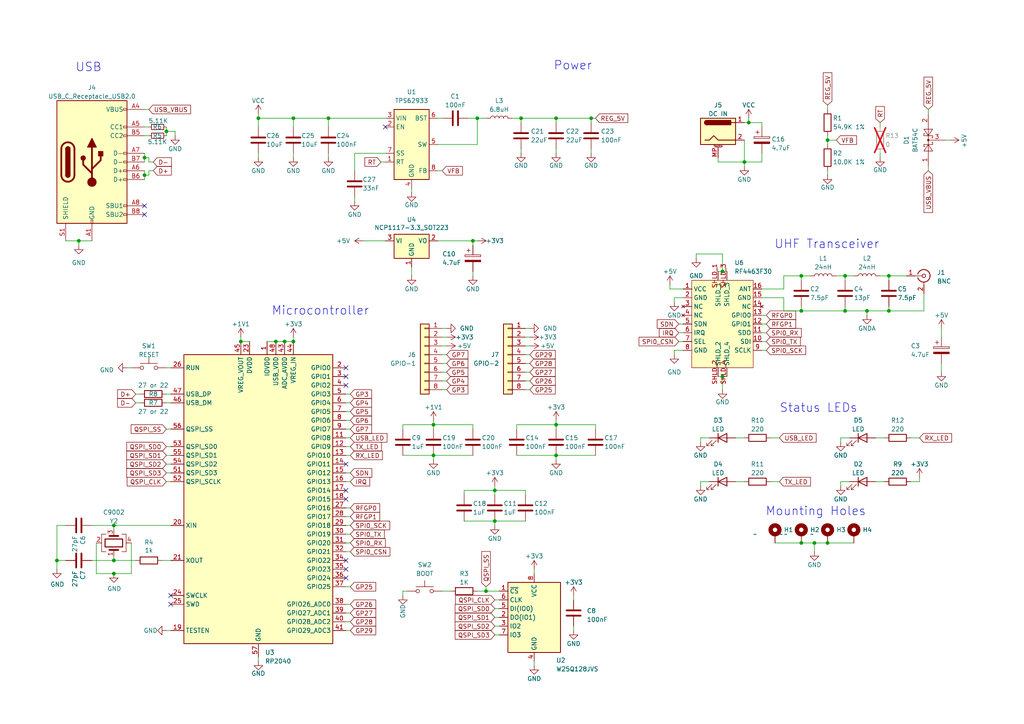
<source format=kicad_sch>
(kicad_sch (version 20231120) (generator "eeschema") (generator_version "8.0")
  (paper "A4")
  (title_block (title "CATS TNC/Transceiver") (date "2023-11-15") (company "Cam K. VE3KCN"))
  (junction (at 161.29 123.19))
  (junction (at 74.93 34.29))
  (junction (at 33.02 162.56))
  (junction (at 125.73 132.08))
  (junction (at 251.46 90.17))
  (junction (at 41.91 50.8))
  (junction (at 257.81 90.17))
  (junction (at 240.03 157.48))
  (junction (at 16.51 162.56))
  (junction (at 95.25 34.29))
  (junction (at 232.41 90.17))
  (junction (at 245.11 80.01))
  (junction (at 236.22 157.48))
  (junction (at 209.55 78.74))
  (junction (at 85.09 99.06))
  (junction (at 161.29 34.29))
  (junction (at 125.73 123.19))
  (junction (at 41.91 45.72))
  (junction (at 85.09 34.29))
  (junction (at 137.16 69.85))
  (junction (at 240.03 40.64))
  (junction (at 69.85 99.06))
  (junction (at 22.86 69.85))
  (junction (at 80.01 99.06))
  (junction (at 140.97 171.45))
  (junction (at 232.41 157.48))
  (junction (at 82.55 99.06))
  (junction (at 33.02 166.37))
  (junction (at 33.02 152.4))
  (junction (at 161.29 132.08))
  (junction (at 171.45 34.29))
  (junction (at 143.51 151.13))
  (junction (at 138.43 34.29))
  (junction (at 245.11 90.17))
  (junction (at 143.51 142.24))
  (junction (at 217.17 35.56))
  (junction (at 151.13 34.29))
  (junction (at 232.41 80.01))
  (junction (at 48.26 38.1))
  (junction (at 209.55 109.22))
  (junction (at 215.9 46.99))
  (junction (at 257.81 80.01))
  (no_connect (at 41.91 62.23))
  (no_connect (at 100.33 111.76))
  (no_connect (at 49.53 172.72))
  (no_connect (at 100.33 144.78))
  (no_connect (at 41.91 59.69))
  (no_connect (at 100.33 142.24))
  (no_connect (at 100.33 165.1))
  (no_connect (at 100.33 109.22))
  (no_connect (at 100.33 134.62))
  (no_connect (at 100.33 106.68))
  (no_connect (at 100.33 162.56))
  (no_connect (at 49.53 175.26))
  (no_connect (at 100.33 167.64))
  (no_connect (at 111.76 36.83))
  (wire (pts (xy 257.81 90.17) (xy 257.81 88.9)))
  (wire (pts (xy 143.51 140.97) (xy 143.51 142.24)))
  (wire (pts (xy 236.22 157.48) (xy 240.03 157.48)))
  (wire (pts (xy 74.93 33.02) (xy 74.93 34.29)))
  (wire (pts (xy 161.29 121.92) (xy 161.29 123.19)))
  (wire (pts (xy 85.09 44.45) (xy 85.09 45.72)))
  (wire (pts (xy 46.99 162.56) (xy 49.53 162.56)))
  (wire (pts (xy 69.85 97.79) (xy 69.85 99.06)))
  (wire (pts (xy 137.16 71.12) (xy 137.16 69.85)))
  (wire (pts (xy 194.31 83.82) (xy 198.12 83.82)))
  (wire (pts (xy 143.51 151.13) (xy 152.4 151.13)))
  (wire (pts (xy 100.33 152.4) (xy 101.6 152.4)))
  (wire (pts (xy 128.27 110.49) (xy 129.54 110.49)))
  (wire (pts (xy 251.46 90.17) (xy 257.81 90.17)))
  (wire (pts (xy 243.84 139.7) (xy 246.38 139.7)))
  (wire (pts (xy 101.6 170.18) (xy 100.33 170.18)))
  (wire (pts (xy 80.01 99.06) (xy 82.55 99.06)))
  (wire (pts (xy 26.67 162.56) (xy 33.02 162.56)))
  (wire (pts (xy 220.98 36.83) (xy 220.98 35.56)))
  (wire (pts (xy 69.85 99.06) (xy 72.39 99.06)))
  (wire (pts (xy 95.25 36.83) (xy 95.25 34.29)))
  (wire (pts (xy 22.86 69.85) (xy 26.67 69.85)))
  (wire (pts (xy 95.25 34.29) (xy 111.76 34.29)))
  (wire (pts (xy 220.98 91.44) (xy 222.25 91.44)))
  (wire (pts (xy 152.4 97.79) (xy 153.67 97.79)))
  (wire (pts (xy 116.84 171.45) (xy 118.11 171.45)))
  (wire (pts (xy 22.86 69.85) (xy 19.05 69.85)))
  (wire (pts (xy 209.55 113.03) (xy 209.55 109.22)))
  (wire (pts (xy 198.12 86.36) (xy 195.58 86.36)))
  (wire (pts (xy 125.73 132.08) (xy 137.16 132.08)))
  (wire (pts (xy 119.38 54.61) (xy 119.38 55.88)))
  (wire (pts (xy 209.55 78.74) (xy 210.82 78.74)))
  (wire (pts (xy 269.24 31.75) (xy 269.24 33.02)))
  (wire (pts (xy 36.83 106.68) (xy 38.1 106.68)))
  (wire (pts (xy 232.41 157.48) (xy 236.22 157.48)))
  (wire (pts (xy 240.03 40.64) (xy 242.57 40.64)))
  (wire (pts (xy 137.16 78.74) (xy 137.16 80.01)))
  (wire (pts (xy 234.95 80.01) (xy 232.41 80.01)))
  (wire (pts (xy 215.9 46.99) (xy 215.9 48.26)))
  (wire (pts (xy 220.98 83.82) (xy 227.33 83.82)))
  (wire (pts (xy 41.91 50.8) (xy 41.91 52.07)))
  (wire (pts (xy 128.27 102.87) (xy 129.54 102.87)))
  (wire (pts (xy 255.27 44.45) (xy 255.27 45.72)))
  (wire (pts (xy 213.36 139.7) (xy 215.9 139.7)))
  (wire (pts (xy 171.45 34.29) (xy 172.72 34.29)))
  (wire (pts (xy 33.02 162.56) (xy 39.37 162.56)))
  (wire (pts (xy 101.6 124.46) (xy 100.33 124.46)))
  (wire (pts (xy 269.24 48.26) (xy 269.24 49.53)))
  (wire (pts (xy 128.27 113.03) (xy 129.54 113.03)))
  (wire (pts (xy 154.94 191.77) (xy 154.94 193.04)))
  (wire (pts (xy 154.94 165.1) (xy 154.94 166.37)))
  (wire (pts (xy 38.1 157.48) (xy 38.1 166.37)))
  (wire (pts (xy 48.26 124.46) (xy 49.53 124.46)))
  (wire (pts (xy 194.31 82.55) (xy 194.31 83.82)))
  (wire (pts (xy 266.7 138.43) (xy 266.7 139.7)))
  (wire (pts (xy 143.51 181.61) (xy 144.78 181.61)))
  (wire (pts (xy 85.09 34.29) (xy 95.25 34.29)))
  (wire (pts (xy 48.26 116.84) (xy 49.53 116.84)))
  (wire (pts (xy 220.98 46.99) (xy 215.9 46.99)))
  (wire (pts (xy 134.62 142.24) (xy 134.62 143.51)))
  (wire (pts (xy 267.97 90.17) (xy 257.81 90.17)))
  (wire (pts (xy 242.57 80.01) (xy 245.11 80.01)))
  (wire (pts (xy 101.6 157.48) (xy 100.33 157.48)))
  (wire (pts (xy 116.84 123.19) (xy 116.84 124.46)))
  (wire (pts (xy 151.13 34.29) (xy 151.13 35.56)))
  (wire (pts (xy 41.91 45.72) (xy 41.91 46.99)))
  (wire (pts (xy 48.26 106.68) (xy 49.53 106.68)))
  (wire (pts (xy 137.16 124.46) (xy 137.16 123.19)))
  (wire (pts (xy 152.4 142.24) (xy 152.4 143.51)))
  (wire (pts (xy 41.91 49.53) (xy 41.91 50.8)))
  (wire (pts (xy 129.54 95.25) (xy 128.27 95.25)))
  (wire (pts (xy 245.11 90.17) (xy 251.46 90.17)))
  (wire (pts (xy 101.6 180.34) (xy 100.33 180.34)))
  (wire (pts (xy 102.87 49.53) (xy 102.87 44.45)))
  (wire (pts (xy 240.03 40.64) (xy 240.03 41.91)))
  (wire (pts (xy 41.91 39.37) (xy 43.18 39.37)))
  (wire (pts (xy 48.26 182.88) (xy 49.53 182.88)))
  (wire (pts (xy 236.22 157.48) (xy 236.22 160.02)))
  (wire (pts (xy 50.8 39.37) (xy 50.8 38.1)))
  (wire (pts (xy 243.84 127) (xy 246.38 127)))
  (wire (pts (xy 149.86 123.19) (xy 161.29 123.19)))
  (wire (pts (xy 273.05 105.41) (xy 273.05 107.95)))
  (wire (pts (xy 138.43 34.29) (xy 140.97 34.29)))
  (wire (pts (xy 227.33 90.17) (xy 232.41 90.17)))
  (wire (pts (xy 85.09 97.79) (xy 85.09 99.06)))
  (wire (pts (xy 257.81 81.28) (xy 257.81 80.01)))
  (wire (pts (xy 196.85 96.52) (xy 198.12 96.52)))
  (wire (pts (xy 232.41 90.17) (xy 245.11 90.17)))
  (wire (pts (xy 128.27 107.95) (xy 129.54 107.95)))
  (wire (pts (xy 209.55 109.22) (xy 208.28 109.22)))
  (wire (pts (xy 203.2 139.7) (xy 205.74 139.7)))
  (wire (pts (xy 240.03 49.53) (xy 240.03 50.8)))
  (wire (pts (xy 125.73 121.92) (xy 125.73 123.19)))
  (wire (pts (xy 43.18 46.99) (xy 44.45 46.99)))
  (wire (pts (xy 102.87 44.45) (xy 111.76 44.45)))
  (wire (pts (xy 226.06 127) (xy 223.52 127)))
  (wire (pts (xy 26.67 152.4) (xy 33.02 152.4)))
  (wire (pts (xy 196.85 93.98) (xy 198.12 93.98)))
  (wire (pts (xy 227.33 83.82) (xy 227.33 80.01)))
  (wire (pts (xy 161.29 34.29) (xy 171.45 34.29)))
  (wire (pts (xy 243.84 140.97) (xy 243.84 139.7)))
  (wire (pts (xy 101.6 127) (xy 100.33 127)))
  (wire (pts (xy 85.09 36.83) (xy 85.09 34.29)))
  (wire (pts (xy 151.13 43.18) (xy 151.13 44.45)))
  (wire (pts (xy 245.11 80.01) (xy 247.65 80.01)))
  (wire (pts (xy 255.27 35.56) (xy 255.27 36.83)))
  (wire (pts (xy 274.32 40.64) (xy 275.59 40.64)))
  (wire (pts (xy 203.2 128.27) (xy 203.2 127)))
  (wire (pts (xy 100.33 154.94) (xy 101.6 154.94)))
  (wire (pts (xy 143.51 142.24) (xy 143.51 143.51)))
  (wire (pts (xy 134.62 151.13) (xy 143.51 151.13)))
  (wire (pts (xy 198.12 101.6) (xy 195.58 101.6)))
  (wire (pts (xy 254 139.7) (xy 256.54 139.7)))
  (wire (pts (xy 33.02 152.4) (xy 49.53 152.4)))
  (wire (pts (xy 152.4 107.95) (xy 153.67 107.95)))
  (wire (pts (xy 128.27 100.33) (xy 129.54 100.33)))
  (wire (pts (xy 224.79 157.48) (xy 232.41 157.48)))
  (wire (pts (xy 102.87 57.15) (xy 102.87 58.42)))
  (wire (pts (xy 273.05 95.25) (xy 273.05 97.79)))
  (wire (pts (xy 161.29 123.19) (xy 161.29 124.46)))
  (wire (pts (xy 41.91 36.83) (xy 43.18 36.83)))
  (wire (pts (xy 208.28 46.99) (xy 208.28 45.72)))
  (wire (pts (xy 110.49 46.99) (xy 111.76 46.99)))
  (wire (pts (xy 101.6 114.3) (xy 100.33 114.3)))
  (wire (pts (xy 240.03 30.48) (xy 240.03 31.75)))
  (wire (pts (xy 43.18 50.8) (xy 43.18 49.53)))
  (wire (pts (xy 195.58 101.6) (xy 195.58 102.87)))
  (wire (pts (xy 227.33 80.01) (xy 232.41 80.01)))
  (wire (pts (xy 243.84 128.27) (xy 243.84 127)))
  (wire (pts (xy 95.25 44.45) (xy 95.25 45.72)))
  (wire (pts (xy 215.9 46.99) (xy 208.28 46.99)))
  (wire (pts (xy 267.97 85.09) (xy 267.97 90.17)))
  (wire (pts (xy 227.33 86.36) (xy 227.33 90.17)))
  (wire (pts (xy 148.59 34.29) (xy 151.13 34.29)))
  (wire (pts (xy 125.73 123.19) (xy 137.16 123.19)))
  (wire (pts (xy 101.6 129.54) (xy 100.33 129.54)))
  (wire (pts (xy 105.41 69.85) (xy 111.76 69.85)))
  (wire (pts (xy 220.98 86.36) (xy 227.33 86.36)))
  (wire (pts (xy 74.93 34.29) (xy 85.09 34.29)))
  (wire (pts (xy 232.41 80.01) (xy 232.41 81.28)))
  (wire (pts (xy 19.05 152.4) (xy 16.51 152.4)))
  (wire (pts (xy 48.26 129.54) (xy 49.53 129.54)))
  (wire (pts (xy 16.51 152.4) (xy 16.51 162.56)))
  (wire (pts (xy 48.26 36.83) (xy 48.26 38.1)))
  (wire (pts (xy 27.94 157.48) (xy 27.94 166.37)))
  (wire (pts (xy 128.27 171.45) (xy 130.81 171.45)))
  (wire (pts (xy 152.4 100.33) (xy 153.67 100.33)))
  (wire (pts (xy 41.91 31.75) (xy 43.18 31.75)))
  (wire (pts (xy 48.26 137.16) (xy 49.53 137.16)))
  (wire (pts (xy 201.93 73.66) (xy 201.93 74.93)))
  (wire (pts (xy 19.05 162.56) (xy 16.51 162.56)))
  (wire (pts (xy 240.03 157.48) (xy 247.65 157.48)))
  (wire (pts (xy 161.29 123.19) (xy 172.72 123.19)))
  (wire (pts (xy 138.43 171.45) (xy 140.97 171.45)))
  (wire (pts (xy 161.29 43.18) (xy 161.29 44.45)))
  (wire (pts (xy 217.17 35.56) (xy 215.9 35.56)))
  (wire (pts (xy 251.46 90.17) (xy 251.46 91.44)))
  (wire (pts (xy 203.2 140.97) (xy 203.2 139.7)))
  (wire (pts (xy 48.26 139.7) (xy 49.53 139.7)))
  (wire (pts (xy 41.91 44.45) (xy 41.91 45.72)))
  (wire (pts (xy 266.7 127) (xy 264.16 127)))
  (wire (pts (xy 172.72 124.46) (xy 172.72 123.19)))
  (wire (pts (xy 222.25 99.06) (xy 220.98 99.06)))
  (wire (pts (xy 128.27 97.79) (xy 129.54 97.79)))
  (wire (pts (xy 245.11 90.17) (xy 245.11 88.9)))
  (wire (pts (xy 48.26 38.1) (xy 50.8 38.1)))
  (wire (pts (xy 101.6 119.38) (xy 100.33 119.38)))
  (wire (pts (xy 222.25 96.52) (xy 220.98 96.52)))
  (wire (pts (xy 215.9 40.64) (xy 215.9 46.99)))
  (wire (pts (xy 74.93 44.45) (xy 74.93 45.72)))
  (wire (pts (xy 152.4 110.49) (xy 153.67 110.49)))
  (wire (pts (xy 39.37 116.84) (xy 40.64 116.84)))
  (wire (pts (xy 151.13 34.29) (xy 161.29 34.29)))
  (wire (pts (xy 209.55 73.66) (xy 201.93 73.66)))
  (wire (pts (xy 127 34.29) (xy 128.27 34.29)))
  (wire (pts (xy 125.73 132.08) (xy 116.84 132.08)))
  (wire (pts (xy 48.26 134.62) (xy 49.53 134.62)))
  (wire (pts (xy 171.45 43.18) (xy 171.45 44.45)))
  (wire (pts (xy 195.58 86.36) (xy 195.58 87.63)))
  (wire (pts (xy 101.6 137.16) (xy 100.33 137.16)))
  (wire (pts (xy 101.6 182.88) (xy 100.33 182.88)))
  (wire (pts (xy 116.84 123.19) (xy 125.73 123.19)))
  (wire (pts (xy 27.94 166.37) (xy 33.02 166.37)))
  (wire (pts (xy 245.11 80.01) (xy 245.11 81.28)))
  (wire (pts (xy 38.1 166.37) (xy 33.02 166.37)))
  (wire (pts (xy 33.02 161.29) (xy 33.02 162.56)))
  (wire (pts (xy 116.84 171.45) (xy 116.84 172.72)))
  (wire (pts (xy 196.85 99.06) (xy 198.12 99.06)))
  (wire (pts (xy 16.51 162.56) (xy 16.51 165.1)))
  (wire (pts (xy 209.55 109.22) (xy 210.82 109.22)))
  (wire (pts (xy 138.43 41.91) (xy 138.43 34.29)))
  (wire (pts (xy 101.6 116.84) (xy 100.33 116.84)))
  (wire (pts (xy 208.28 78.74) (xy 209.55 78.74)))
  (wire (pts (xy 152.4 102.87) (xy 153.67 102.87)))
  (wire (pts (xy 101.6 139.7) (xy 100.33 139.7)))
  (wire (pts (xy 101.6 177.8) (xy 100.33 177.8)))
  (wire (pts (xy 48.26 38.1) (xy 48.26 39.37)))
  (wire (pts (xy 240.03 39.37) (xy 240.03 40.64)))
  (wire (pts (xy 39.37 114.3) (xy 40.64 114.3)))
  (wire (pts (xy 220.98 44.45) (xy 220.98 46.99)))
  (wire (pts (xy 213.36 127) (xy 215.9 127)))
  (wire (pts (xy 161.29 132.08) (xy 172.72 132.08)))
  (wire (pts (xy 222.25 101.6) (xy 220.98 101.6)))
  (wire (pts (xy 43.18 50.8) (xy 41.91 50.8)))
  (wire (pts (xy 33.02 153.67) (xy 33.02 152.4)))
  (wire (pts (xy 48.26 132.08) (xy 49.53 132.08)))
  (wire (pts (xy 74.93 190.5) (xy 74.93 191.77)))
  (wire (pts (xy 152.4 105.41) (xy 153.67 105.41)))
  (wire (pts (xy 143.51 142.24) (xy 152.4 142.24)))
  (wire (pts (xy 101.6 147.32) (xy 100.33 147.32)))
  (wire (pts (xy 149.86 132.08) (xy 161.29 132.08)))
  (wire (pts (xy 43.18 45.72) (xy 41.91 45.72)))
  (wire (pts (xy 257.81 80.01) (xy 262.89 80.01)))
  (wire (pts (xy 43.18 45.72) (xy 43.18 46.99)))
  (wire (pts (xy 101.6 149.86) (xy 100.33 149.86)))
  (wire (pts (xy 166.37 181.61) (xy 166.37 182.88)))
  (wire (pts (xy 143.51 176.53) (xy 144.78 176.53)))
  (wire (pts (xy 220.98 35.56) (xy 217.17 35.56)))
  (wire (pts (xy 161.29 34.29) (xy 161.29 35.56)))
  (wire (pts (xy 209.55 78.74) (xy 209.55 73.66)))
  (wire (pts (xy 138.43 69.85) (xy 137.16 69.85)))
  (wire (pts (xy 143.51 151.13) (xy 143.51 152.4)))
  (wire (pts (xy 82.55 99.06) (xy 85.09 99.06)))
  (wire (pts (xy 220.98 93.98) (xy 222.25 93.98)))
  (wire (pts (xy 135.89 34.29) (xy 138.43 34.29)))
  (wire (pts (xy 143.51 184.15) (xy 144.78 184.15)))
  (wire (pts (xy 143.51 142.24) (xy 134.62 142.24)))
  (wire (pts (xy 153.67 95.25) (xy 152.4 95.25)))
  (wire (pts (xy 166.37 173.99) (xy 166.37 172.72)))
  (wire (pts (xy 128.27 105.41) (xy 129.54 105.41)))
  (wire (pts (xy 143.51 173.99) (xy 144.78 173.99)))
  (wire (pts (xy 74.93 36.83) (xy 74.93 34.29)))
  (wire (pts (xy 232.41 90.17) (xy 232.41 88.9)))
  (wire (pts (xy 101.6 121.92) (xy 100.33 121.92)))
  (wire (pts (xy 119.38 77.47) (xy 119.38 80.01)))
  (wire (pts (xy 143.51 179.07) (xy 144.78 179.07)))
  (wire (pts (xy 127 69.85) (xy 137.16 69.85)))
  (wire (pts (xy 125.73 123.19) (xy 125.73 124.46)))
  (wire (pts (xy 77.47 99.06) (xy 80.01 99.06)))
  (wire (pts (xy 125.73 132.08) (xy 125.73 133.35)))
  (wire (pts (xy 149.86 123.19) (xy 149.86 124.46)))
  (wire (pts (xy 48.26 114.3) (xy 49.53 114.3)))
  (wire (pts (xy 22.86 71.12) (xy 22.86 69.85)))
  (wire (pts (xy 171.45 34.29) (xy 171.45 35.56)))
  (wire (pts (xy 140.97 171.45) (xy 144.78 171.45)))
  (wire (pts (xy 254 127) (xy 256.54 127)))
  (wire (pts (xy 217.17 34.29) (xy 217.17 35.56)))
  (wire (pts (xy 161.29 132.08) (xy 161.29 133.35)))
  (wire (pts (xy 203.2 127) (xy 205.74 127)))
  (wire (pts (xy 266.7 139.7) (xy 264.16 139.7)))
  (wire (pts (xy 152.4 113.03) (xy 153.67 113.03)))
  (wire (pts (xy 43.18 49.53) (xy 44.45 49.53)))
  (wire (pts (xy 101.6 160.02) (xy 100.33 160.02)))
  (wire (pts (xy 140.97 170.18) (xy 140.97 171.45)))
  (wire (pts (xy 101.6 175.26) (xy 100.33 175.26)))
  (wire (pts (xy 127 49.53) (xy 128.27 49.53)))
  (wire (pts (xy 226.06 139.7) (xy 223.52 139.7)))
  (wire (pts (xy 257.81 80.01) (xy 255.27 80.01)))
  (wire (pts (xy 101.6 132.08) (xy 100.33 132.08)))
  (wire (pts (xy 127 41.91) (xy 138.43 41.91)))
  (text "Microcontroller" (at 78.74 91.694 0) (effects (font (size 2.5 2.5)) (justify left bottom)))
  (text "Status LEDs" (at 226.06 119.888 0) (effects (font (size 2.5 2.5)) (justify left bottom)))
  (text "USB" (at 21.844 21.082 0) (effects (font (size 2.5 2.5)) (justify left bottom)))
  (text "UHF Transceiver" (at 224.536 72.39 0) (effects (font (size 2.5 2.5)) (justify left bottom)))
  (text "Mounting Holes" (at 221.996 149.86 0) (effects (font (size 2.5 2.5)) (justify left bottom)))
  (text "Power" (at 160.528 20.574 0) (effects (font (size 2.5 2.5)) (justify left bottom)))
  (global_label "GP28" (shape input) (at 101.6 180.34 0) (property "Intersheetrefs" "${INTERSHEET_REFS}" (effects (hide yes))))
  (global_label "VFB" (shape input) (at 128.27 49.53 0) (property "Intersheetrefs" "${INTERSHEET_REFS}" (effects (hide yes))))
  (global_label "QSPI_SD3" (shape input) (at 48.26 137.16 180) (property "Intersheetrefs" "${INTERSHEET_REFS}" (effects (hide yes))))
  (global_label "D-" (shape input) (at 39.37 116.84 180) (property "Intersheetrefs" "${INTERSHEET_REFS}" (effects (hide yes))))
  (global_label "QSPI_SS" (shape input) (at 140.97 170.18 90) (property "Intersheetrefs" "${INTERSHEET_REFS}" (effects (hide yes))))
  (global_label "GP25" (shape input) (at 153.67 113.03 0) (property "Intersheetrefs" "${INTERSHEET_REFS}" (effects (hide yes))))
  (global_label "USB_LED" (shape input) (at 226.06 127 0) (property "Intersheetrefs" "${INTERSHEET_REFS}" (effects (hide yes))))
  (global_label "REG_5V" (shape input) (at 269.24 31.75 90) (property "Intersheetrefs" "${INTERSHEET_REFS}" (effects (hide yes))))
  (global_label "IRQ" (shape input) (at 196.85 96.52 180) (property "Intersheetrefs" "${INTERSHEET_REFS}" (effects (hide yes))))
  (global_label "TX_LED" (shape input) (at 101.6 129.54 0) (property "Intersheetrefs" "${INTERSHEET_REFS}" (effects (hide yes))))
  (global_label "TX_LED" (shape input) (at 226.06 139.7 0) (property "Intersheetrefs" "${INTERSHEET_REFS}" (effects (hide yes))))
  (global_label "SPI0_TX" (shape input) (at 101.6 154.94 0) (property "Intersheetrefs" "${INTERSHEET_REFS}" (effects (hide yes))))
  (global_label "RFGP0" (shape input) (at 101.6 147.32 0) (property "Intersheetrefs" "${INTERSHEET_REFS}" (effects (hide yes))))
  (global_label "D+" (shape input) (at 44.45 49.53 0) (property "Intersheetrefs" "${INTERSHEET_REFS}" (effects (hide yes))))
  (global_label "GP27" (shape input) (at 153.67 107.95 0) (property "Intersheetrefs" "${INTERSHEET_REFS}" (effects (hide yes))))
  (global_label "SDN" (shape input) (at 196.85 93.98 180) (property "Intersheetrefs" "${INTERSHEET_REFS}" (effects (hide yes))))
  (global_label "USB_VBUS" (shape input) (at 43.18 31.75 0) (property "Intersheetrefs" "${INTERSHEET_REFS}" (effects (hide yes))))
  (global_label "SDN" (shape input) (at 101.6 137.16 0) (property "Intersheetrefs" "${INTERSHEET_REFS}" (effects (hide yes))))
  (global_label "SPI0_CSN" (shape input) (at 196.85 99.06 180) (property "Intersheetrefs" "${INTERSHEET_REFS}" (effects (hide yes))))
  (global_label "GP28" (shape input) (at 153.67 105.41 0) (property "Intersheetrefs" "${INTERSHEET_REFS}" (effects (hide yes))))
  (global_label "GP4" (shape input) (at 101.6 116.84 0) (property "Intersheetrefs" "${INTERSHEET_REFS}" (effects (hide yes))))
  (global_label "GP3" (shape input) (at 101.6 114.3 0) (property "Intersheetrefs" "${INTERSHEET_REFS}" (effects (hide yes))))
  (global_label "REG_5V" (shape input) (at 172.72 34.29 0) (property "Intersheetrefs" "${INTERSHEET_REFS}" (effects (hide yes))))
  (global_label "RFGP1" (shape input) (at 101.6 149.86 0) (property "Intersheetrefs" "${INTERSHEET_REFS}" (effects (hide yes))))
  (global_label "USB_VBUS" (shape input) (at 269.24 49.53 270) (property "Intersheetrefs" "${INTERSHEET_REFS}" (effects (hide yes))))
  (global_label "SPI0_RX" (shape input) (at 101.6 157.48 0) (property "Intersheetrefs" "${INTERSHEET_REFS}" (effects (hide yes))))
  (global_label "QSPI_CLK" (shape input) (at 48.26 139.7 180) (property "Intersheetrefs" "${INTERSHEET_REFS}" (effects (hide yes))))
  (global_label "QSPI_SD0" (shape input) (at 48.26 129.54 180) (property "Intersheetrefs" "${INTERSHEET_REFS}" (effects (hide yes))))
  (global_label "RFGP1" (shape input) (at 222.25 93.98 0) (property "Intersheetrefs" "${INTERSHEET_REFS}" (effects (hide yes))))
  (global_label "GP25" (shape input) (at 101.6 170.18 0) (property "Intersheetrefs" "${INTERSHEET_REFS}" (effects (hide yes))))
  (global_label "USB_LED" (shape input) (at 101.6 127 0) (property "Intersheetrefs" "${INTERSHEET_REFS}" (effects (hide yes))))
  (global_label "GP29" (shape input) (at 101.6 182.88 0) (property "Intersheetrefs" "${INTERSHEET_REFS}" (effects (hide yes))))
  (global_label "GP27" (shape input) (at 101.6 177.8 0) (property "Intersheetrefs" "${INTERSHEET_REFS}" (effects (hide yes))))
  (global_label "GP5" (shape input) (at 129.54 107.95 0) (property "Intersheetrefs" "${INTERSHEET_REFS}" (effects (hide yes))))
  (global_label "VFB" (shape input) (at 242.57 40.64 0) (property "Intersheetrefs" "${INTERSHEET_REFS}" (effects (hide yes))))
  (global_label "SPI0_SCK" (shape input) (at 222.25 101.6 0) (property "Intersheetrefs" "${INTERSHEET_REFS}" (effects (hide yes))))
  (global_label "IRQ" (shape input) (at 101.6 139.7 0) (property "Intersheetrefs" "${INTERSHEET_REFS}" (effects (hide yes))))
  (global_label "REG_5V" (shape input) (at 240.03 30.48 90) (property "Intersheetrefs" "${INTERSHEET_REFS}" (effects (hide yes))))
  (global_label "D-" (shape input) (at 44.45 46.99 0) (property "Intersheetrefs" "${INTERSHEET_REFS}" (effects (hide yes))))
  (global_label "QSPI_SD0" (shape input) (at 143.51 176.53 180) (property "Intersheetrefs" "${INTERSHEET_REFS}" (effects (hide yes))))
  (global_label "QSPI_SD3" (shape input) (at 143.51 184.15 180) (property "Intersheetrefs" "${INTERSHEET_REFS}" (effects (hide yes))))
  (global_label "SPI0_RX" (shape input) (at 222.25 96.52 0) (property "Intersheetrefs" "${INTERSHEET_REFS}" (effects (hide yes))))
  (global_label "RX_LED" (shape input) (at 266.7 127 0) (property "Intersheetrefs" "${INTERSHEET_REFS}" (effects (hide yes))))
  (global_label "RFGP0" (shape input) (at 222.25 91.44 0) (property "Intersheetrefs" "${INTERSHEET_REFS}" (effects (hide yes))))
  (global_label "SPI0_CSN" (shape input) (at 101.6 160.02 0) (property "Intersheetrefs" "${INTERSHEET_REFS}" (effects (hide yes))))
  (global_label "QSPI_CLK" (shape input) (at 143.51 173.99 180) (property "Intersheetrefs" "${INTERSHEET_REFS}" (effects (hide yes))))
  (global_label "D+" (shape input) (at 39.37 114.3 180) (property "Intersheetrefs" "${INTERSHEET_REFS}" (effects (hide yes))))
  (global_label "QSPI_SD1" (shape input) (at 143.51 179.07 180) (property "Intersheetrefs" "${INTERSHEET_REFS}" (effects (hide yes))))
  (global_label "RT" (shape input) (at 255.27 35.56 90) (property "Intersheetrefs" "${INTERSHEET_REFS}" (effects (hide yes))))
  (global_label "GP29" (shape input) (at 153.67 102.87 0) (property "Intersheetrefs" "${INTERSHEET_REFS}" (effects (hide yes))))
  (global_label "GP6" (shape input) (at 129.54 105.41 0) (property "Intersheetrefs" "${INTERSHEET_REFS}" (effects (hide yes))))
  (global_label "GP5" (shape input) (at 101.6 119.38 0) (property "Intersheetrefs" "${INTERSHEET_REFS}" (effects (hide yes))))
  (global_label "QSPI_SD2" (shape input) (at 143.51 181.61 180) (property "Intersheetrefs" "${INTERSHEET_REFS}" (effects (hide yes))))
  (global_label "QSPI_SS" (shape input) (at 48.26 124.46 180) (property "Intersheetrefs" "${INTERSHEET_REFS}" (effects (hide yes))))
  (global_label "GP7" (shape input) (at 129.54 102.87 0) (property "Intersheetrefs" "${INTERSHEET_REFS}" (effects (hide yes))))
  (global_label "GP3" (shape input) (at 129.54 113.03 0) (property "Intersheetrefs" "${INTERSHEET_REFS}" (effects (hide yes))))
  (global_label "RX_LED" (shape input) (at 101.6 132.08 0) (property "Intersheetrefs" "${INTERSHEET_REFS}" (effects (hide yes))))
  (global_label "QSPI_SD2" (shape input) (at 48.26 134.62 180) (property "Intersheetrefs" "${INTERSHEET_REFS}" (effects (hide yes))))
  (global_label "GP4" (shape input) (at 129.54 110.49 0) (property "Intersheetrefs" "${INTERSHEET_REFS}" (effects (hide yes))))
  (global_label "QSPI_SD1" (shape input) (at 48.26 132.08 180) (property "Intersheetrefs" "${INTERSHEET_REFS}" (effects (hide yes))))
  (global_label "GP26" (shape input) (at 153.67 110.49 0) (property "Intersheetrefs" "${INTERSHEET_REFS}" (effects (hide yes))))
  (global_label "GP6" (shape input) (at 101.6 121.92 0) (property "Intersheetrefs" "${INTERSHEET_REFS}" (effects (hide yes))))
  (global_label "SPI0_SCK" (shape input) (at 101.6 152.4 0) (property "Intersheetrefs" "${INTERSHEET_REFS}" (effects (hide yes))))
  (global_label "SPI0_TX" (shape input) (at 222.25 99.06 0) (property "Intersheetrefs" "${INTERSHEET_REFS}" (effects (hide yes))))
  (global_label "GP26" (shape input) (at 101.6 175.26 0) (property "Intersheetrefs" "${INTERSHEET_REFS}" (effects (hide yes))))
  (global_label "GP7" (shape input) (at 101.6 124.46 0) (property "Intersheetrefs" "${INTERSHEET_REFS}" (effects (hide yes))))
  (global_label "RT" (shape input) (at 110.49 46.99 180) (property "Intersheetrefs" "${INTERSHEET_REFS}" (effects (hide yes))))
  (symbol (lib_id "power:GND") (at 203.2 140.97 0) (unit 1)
    (property "Reference" "#PWR046" (effects (hide yes)))
    (property "Value" "GND" (at 203.2 144.78 0))
  )
  (symbol (lib_name "GND_3") (lib_id "power:GND") (at 201.93 74.93 0) (unit 1)
    (property "Reference" "#PWR02" (effects (hide yes)))
    (property "Value" "GND" (at 201.93 80.01 0))
  )
  (symbol (lib_id "power:+3V3") (at 138.43 69.85 270) (unit 1)
    (property "Reference" "#PWR043" (effects (hide yes)))
    (property "Value" "+3V3" (at 143.51 69.85 90))
  )
  (symbol (lib_name "GND_5") (lib_id "power:GND") (at 171.45 44.45 0) (unit 1)
    (property "Reference" "#PWR055" (effects (hide yes)))
    (property "Value" "GND" (at 171.45 48.006 0))
    (property "Description" "Power symbol creates a global label with name \"GND\" , ground" (effects (hide yes)))
  )
  (symbol (lib_name "GND_6") (lib_id "power:GND") (at 74.93 45.72 0) (unit 1)
    (property "Reference" "#PWR057" (effects (hide yes)))
    (property "Value" "GND" (at 74.93 49.53 0))
    (property "Description" "Power symbol creates a global label with name \"GND\" , ground" (effects (hide yes)))
  )
  (symbol (lib_id "Device:C") (at 95.25 40.64 0) (unit 1)
    (property "Reference" "C24" (at 97.536 39.37 0) (effects (justify left)))
    (property "Value" "100nF" (at 97.536 41.91 0) (effects (justify left)))
    (property "Footprint" "Capacitor_SMD:C_0603_1608Metric" (effects (hide yes)))
    (property "Description" "Unpolarized capacitor" (effects (hide yes)))
  )
  (symbol (lib_id "Device:R") (at 255.27 40.64 0) (unit 1) (dnp yes)
    (property "Reference" "R13" (at 256.794 39.37 0) (effects (justify left)))
    (property "Value" "0" (at 256.794 41.91 0) (effects (justify left)))
    (property "Footprint" "Resistor_SMD:R_0603_1608Metric" (effects (hide yes)))
    (property "Description" "Resistor" (effects (hide yes)))
  )
  (symbol (lib_name "GND_2") (lib_id "power:GND") (at 209.55 113.03 0) (unit 1)
    (property "Reference" "#PWR01" (effects (hide yes)))
    (property "Value" "GND" (at 209.55 116.586 0))
  )
  (symbol (lib_id "Device:C") (at 102.87 53.34 0) (unit 1)
    (property "Reference" "C27" (at 105.156 52.07 0) (effects (justify left)))
    (property "Value" "33nF" (at 105.156 54.61 0) (effects (justify left)))
    (property "Footprint" "Capacitor_SMD:C_0603_1608Metric" (effects (hide yes)))
    (property "Description" "Unpolarized capacitor" (effects (hide yes)))
  )
  (symbol (lib_name "GND_6") (lib_id "power:GND") (at 85.09 45.72 0) (unit 1)
    (property "Reference" "#PWR058" (effects (hide yes)))
    (property "Value" "GND" (at 85.09 49.53 0))
    (property "Description" "Power symbol creates a global label with name \"GND\" , ground" (effects (hide yes)))
  )
  (symbol (lib_id "Device:C") (at 74.93 40.64 0) (unit 1)
    (property "Reference" "C26" (at 77.216 39.37 0) (effects (justify left)))
    (property "Value" "10uF" (at 77.216 41.91 0) (effects (justify left)))
    (property "Footprint" "Capacitor_SMD:C_0805_2012Metric" (effects (hide yes)))
    (property "Description" "Unpolarized capacitor" (effects (hide yes)))
  )
  (symbol (lib_id "Connector:Conn_Coaxial") (at 267.97 80.01 0) (unit 1)
    (property "Reference" "J1" (at 271.78 79.0331 0) (effects (justify left)))
    (property "Value" "BNC" (at 271.78 81.5731 0) (effects (justify left)))
    (property "Footprint" "Connector_Coaxial:BNC_Amphenol_B6252HB-NPP3G-50_Horizontal" (effects (hide yes)))
    (property "Datasheet" " ~" (effects (hide yes)))
  )
  (symbol (lib_id "Device:C") (at 152.4 147.32 0) (unit 1)
    (property "Reference" "C12" (at 154.94 146.05 0) (effects (justify left)))
    (property "Value" "100nF" (at 154.94 148.59 0) (effects (justify left)))
    (property "Footprint" "Capacitor_SMD:C_0402_1005Metric" (effects (hide yes)))
  )
  (symbol (lib_id "Regulator_Switching:TPS62933") (at 119.38 41.91 0) (unit 1)
    (property "Reference" "U1" (at 119.38 26.67 0))
    (property "Value" "TPS62933" (at 119.38 29.21 0))
    (property "Footprint" "Package_TO_SOT_SMD:SOT-583-8" (effects (hide yes)))
    (property "Datasheet" "https://www.ti.com/lit/ds/symlink/tps62933.pdf" (effects (hide yes)))
    (property "Description" "3.8-30V, 3A Synchronous Buck Converters with pulse frequency modulation (PFM), SOT583-8" (effects (hide yes)))
  )
  (symbol (lib_id "power:+3V3") (at 153.67 97.79 270) (unit 1)
    (property "Reference" "#PWR037" (effects (hide yes)))
    (property "Value" "+3V3" (at 156.21 97.79 90) (effects (justify left)))
  )
  (symbol (lib_id "Device:C") (at 137.16 128.27 0) (unit 1)
    (property "Reference" "C20" (at 139.7 127 0) (effects (justify left)))
    (property "Value" "100nF" (at 139.7 129.54 0) (effects (justify left)))
    (property "Footprint" "Capacitor_SMD:C_0402_1005Metric" (effects (hide yes)))
  )
  (symbol (lib_id "Switch:SW_Push") (at 43.18 106.68 0) (unit 1)
    (property "Reference" "SW1" (at 43.18 100.33 0))
    (property "Value" "RESET" (at 43.18 102.87 0))
    (property "Footprint" "Button_Switch_SMD:SW_Push_SPST_NO_Alps_SKRK" (effects (hide yes)))
  )
  (symbol (lib_id "Device:C") (at 161.29 128.27 0) (unit 1)
    (property "Reference" "C15" (at 163.83 127 0) (effects (justify left)))
    (property "Value" "100nF" (at 163.83 129.54 0) (effects (justify left)))
    (property "Footprint" "Capacitor_SMD:C_0402_1005Metric" (effects (hide yes)))
  )
  (symbol (lib_id "Device:R") (at 134.62 171.45 90) (unit 1)
    (property "Reference" "R3" (at 134.62 166.37 90))
    (property "Value" "1K" (at 134.62 168.91 90))
    (property "Footprint" "Resistor_SMD:R_0402_1005Metric" (effects (hide yes)))
  )
  (symbol (lib_id "power:VCC") (at 74.93 33.02 0) (unit 1)
    (property "Reference" "#PWR060" (effects (hide yes)))
    (property "Value" "VCC" (at 74.93 29.21 0))
  )
  (symbol (lib_id "power:GND") (at 36.83 106.68 270) (unit 1)
    (property "Reference" "#PWR030" (effects (hide yes)))
    (property "Value" "GND" (at 33.02 107.315 90) (effects (justify right)))
  )
  (symbol (lib_id "Device:R") (at 219.71 127 90) (unit 1)
    (property "Reference" "R10" (at 219.71 121.92 90))
    (property "Value" "220" (at 219.71 124.46 90))
    (property "Footprint" "Resistor_SMD:R_0805_2012Metric" (effects (hide yes)))
  )
  (symbol (lib_id "power:GND") (at 195.58 102.87 0) (unit 1)
    (property "Reference" "#PWR07" (effects (hide yes)))
    (property "Value" "GND" (at 195.58 107.95 0))
  )
  (symbol (lib_id "power:+3V3") (at 154.94 165.1 0) (unit 1)
    (property "Reference" "#PWR025" (effects (hide yes)))
    (property "Value" "+3V3" (at 154.94 161.29 0))
  )
  (symbol (lib_id "power:+1V1") (at 69.85 97.79 0) (unit 1)
    (property "Reference" "#PWR035" (effects (hide yes)))
    (property "Value" "+1V1" (at 69.85 93.98 0))
  )
  (symbol (lib_id "power:+1V1") (at 125.73 121.92 0) (unit 1)
    (property "Reference" "#PWR021" (effects (hide yes)))
    (property "Value" "+1V1" (at 125.73 118.11 0))
  )
  (symbol (lib_id "power:GND") (at 236.22 160.02 0) (unit 1)
    (property "Reference" "#PWR04" (effects (hide yes)))
    (property "Value" "GND" (at 236.22 163.83 0))
  )
  (symbol (lib_id "power:GND") (at 166.37 182.88 0) (unit 1)
    (property "Reference" "#PWR027" (effects (hide yes)))
    (property "Value" "GND" (at 166.37 186.69 0))
  )
  (symbol (lib_id "Device:C") (at 134.62 147.32 0) (unit 1)
    (property "Reference" "C18" (at 137.16 146.05 0) (effects (justify left)))
    (property "Value" "1uF" (at 137.16 148.59 0) (effects (justify left)))
    (property "Footprint" "Capacitor_SMD:C_0402_1005Metric" (effects (hide yes)))
  )
  (symbol (lib_id "power:GND") (at 153.67 95.25 90) (unit 1)
    (property "Reference" "#PWR041" (effects (hide yes)))
    (property "Value" "GND" (at 157.48 95.25 90) (effects (justify right)))
  )
  (symbol (lib_id "Device:C") (at 116.84 128.27 0) (unit 1)
    (property "Reference" "C9" (at 119.38 127 0) (effects (justify left)))
    (property "Value" "1uF" (at 119.38 129.54 0) (effects (justify left)))
    (property "Footprint" "Capacitor_SMD:C_0402_1005Metric" (effects (hide yes)))
  )
  (symbol (lib_id "power:GND") (at 16.51 165.1 0) (unit 1)
    (property "Reference" "#PWR023" (effects (hide yes)))
    (property "Value" "GND" (at 16.637 169.4942 0))
  )
  (symbol (lib_name "GND_6") (lib_id "power:GND") (at 102.87 58.42 0) (unit 1)
    (property "Reference" "#PWR061" (effects (hide yes)))
    (property "Value" "GND" (at 102.87 62.23 0))
    (property "Description" "Power symbol creates a global label with name \"GND\" , ground" (effects (hide yes)))
  )
  (symbol (lib_id "Device:LED") (at 209.55 127 0) (unit 1)
    (property "Reference" "D3" (at 208.28 121.92 0))
    (property "Value" "LED" (at 208.28 124.46 0))
    (property "Footprint" "LED_THT:LED_D3.0mm_Horizontal_O6.35mm_Z6.0mm" (effects (hide yes)))
  )
  (symbol (lib_id "power:+5V") (at 273.05 95.25 0) (unit 1)
    (property "Reference" "#PWR05" (effects (hide yes)))
    (property "Value" "+5V" (at 273.05 91.44 0))
  )
  (symbol (lib_id "Device:C") (at 151.13 39.37 0) (unit 1)
    (property "Reference" "C21" (at 153.924 38.1 0) (effects (justify left)))
    (property "Value" "22uF" (at 153.924 40.64 0) (effects (justify left)))
    (property "Footprint" "Capacitor_SMD:C_0603_1608Metric" (effects (hide yes)))
    (property "Description" "Unpolarized capacitor" (effects (hide yes)))
  )
  (symbol (lib_name "GND_5") (lib_id "power:GND") (at 161.29 44.45 0) (unit 1)
    (property "Reference" "#PWR054" (effects (hide yes)))
    (property "Value" "GND" (at 161.29 48.006 0))
    (property "Description" "Power symbol creates a global label with name \"GND\" , ground" (effects (hide yes)))
  )
  (symbol (lib_id "power:+3V3") (at 129.54 97.79 270) (unit 1)
    (property "Reference" "#PWR014" (effects (hide yes)))
    (property "Value" "+3V3" (at 132.08 97.79 90) (effects (justify left)))
  )
  (symbol (lib_id "Device:R_Small") (at 45.72 36.83 270) (unit 1)
    (property "Reference" "R6" (at 46.99 36.83 90) (effects (justify right)))
    (property "Value" "5.11K" (at 48.768 35.052 90) (effects (justify right)))
    (property "Footprint" "Resistor_SMD:R_0402_1005Metric" (effects (hide yes)))
    (property "Description" "Resistor, small symbol" (effects (hide yes)))
  )
  (symbol (lib_id "Device:R") (at 260.35 139.7 90) (unit 1)
    (property "Reference" "R9" (at 260.35 134.62 90))
    (property "Value" "220" (at 260.35 137.16 90))
    (property "Footprint" "Resistor_SMD:R_0805_2012Metric" (effects (hide yes)))
  )
  (symbol (lib_id "power:GND") (at 33.02 166.37 0) (unit 1)
    (property "Reference" "#PWR010" (effects (hide yes)))
    (property "Value" "GND" (at 33.147 170.7642 0))
  )
  (symbol (lib_id "power:GND") (at 154.94 193.04 0) (unit 1)
    (property "Reference" "#PWR026" (effects (hide yes)))
    (property "Value" "GND" (at 154.94 196.85 0))
  )
  (symbol (lib_id "Device:R") (at 240.03 35.56 0) (unit 1)
    (property "Reference" "R1" (at 241.554 34.29 0) (effects (justify left)))
    (property "Value" "54.9K 1%" (at 241.554 36.83 0) (effects (justify left)))
    (property "Footprint" "Resistor_SMD:R_0402_1005Metric" (effects (hide yes)))
    (property "Description" "Resistor" (effects (hide yes)))
  )
  (symbol (lib_id "Device:C_Polarized") (at 137.16 74.93 0) (unit 1)
    (property "Reference" "C10" (at 128.27 73.66 0) (effects (justify left)))
    (property "Value" "4.7uF" (at 128.27 76.2 0) (effects (justify left)))
    (property "Footprint" "Capacitor_SMD:C_1206_3216Metric" (effects (hide yes)))
  )
  (symbol (lib_id "Device:C") (at 22.86 152.4 270) (unit 1)
    (property "Reference" "C6" (at 24.0284 155.321 0) (effects (justify left)))
    (property "Value" "27pF" (at 21.717 155.321 0) (effects (justify left)))
    (property "Footprint" "Capacitor_SMD:C_0402_1005Metric" (effects (hide yes)))
  )
  (symbol (lib_id "power:+3V3") (at 161.29 121.92 0) (unit 1)
    (property "Reference" "#PWR049" (effects (hide yes)))
    (property "Value" "+3V3" (at 161.29 118.11 0))
  )
  (symbol (lib_id "Device:L") (at 251.46 80.01 90) (unit 1)
    (property "Reference" "L2" (at 251.46 74.93 90))
    (property "Value" "24nH" (at 251.46 77.47 90))
    (property "Footprint" "Inductor_SMD:L_0402_1005Metric" (effects (hide yes)))
  )
  (symbol (lib_id "Mechanical:MountingHole_Pad") (at 247.65 154.94 0) (unit 1)
    (property "Reference" "H4" (at 250.19 153.67 0) (effects (justify left)))
    (property "Value" "~" (at 226.06 154.94 0) (effects (justify left)))
    (property "Footprint" "MountingHole:MountingHole_2.5mm_Pad_TopBottom" (effects (hide yes)))
  )
  (symbol (lib_id "power:+5V") (at 153.67 100.33 270) (unit 1)
    (property "Reference" "#PWR016" (effects (hide yes)))
    (property "Value" "+5V" (at 158.75 100.33 90))
  )
  (symbol (lib_id "power:+3V3") (at 85.09 97.79 0) (unit 1)
    (property "Reference" "#PWR038" (effects (hide yes)))
    (property "Value" "+3V3" (at 85.09 93.98 0))
  )
  (symbol (lib_id "power:GND") (at 116.84 172.72 0) (unit 1)
    (property "Reference" "#PWR020" (effects (hide yes)))
    (property "Value" "GND" (at 116.84 175.26 90) (effects (justify right)))
  )
  (symbol (lib_id "Mechanical:MountingHole_Pad") (at 224.79 154.94 0) (unit 1)
    (property "Reference" "H1" (at 227.33 153.67 0) (effects (justify left)))
    (property "Value" "~" (at 227.33 154.94 0) (effects (justify left)))
    (property "Footprint" "MountingHole:MountingHole_2.5mm_Pad_TopBottom" (effects (hide yes)))
  )
  (symbol (lib_id "Switch:SW_Push") (at 123.19 171.45 0) (unit 1)
    (property "Reference" "SW2" (at 123.19 163.83 0))
    (property "Value" "BOOT" (at 123.19 166.37 0))
    (property "Footprint" "Button_Switch_SMD:SW_Push_SPST_NO_Alps_SKRK" (effects (hide yes)))
  )
  (symbol (lib_id "Device:C") (at 232.41 85.09 0) (unit 1)
    (property "Reference" "C2" (at 234.95 83.82 0) (effects (justify left)))
    (property "Value" "7.5pF" (at 234.95 86.36 0) (effects (justify left)))
    (property "Footprint" "Capacitor_SMD:C_0402_1005Metric" (effects (hide yes)))
  )
  (symbol (lib_id "Device:C_Polarized") (at 273.05 101.6 0) (unit 1)
    (property "Reference" "C3" (at 264.16 100.33 0) (effects (justify left)))
    (property "Value" "4.7uF" (at 264.16 102.87 0) (effects (justify left)))
    (property "Footprint" "Capacitor_SMD:C_0805_2012Metric" (effects (hide yes)))
  )
  (symbol (lib_id "power:VCC") (at 217.17 34.29 0) (unit 1)
    (property "Reference" "#PWR019" (effects (hide yes)))
    (property "Value" "VCC" (at 217.17 30.48 0))
  )
  (symbol (lib_id "Device:C") (at 149.86 128.27 0) (unit 1)
    (property "Reference" "C14" (at 152.4 127 0) (effects (justify left)))
    (property "Value" "100nF" (at 152.4 129.54 0) (effects (justify left)))
    (property "Footprint" "Capacitor_SMD:C_0402_1005Metric" (effects (hide yes)))
  )
  (symbol (lib_id "Device:LED") (at 250.19 127 0) (unit 1)
    (property "Reference" "D5" (at 248.92 121.92 0))
    (property "Value" "LED" (at 248.92 124.46 0))
    (property "Footprint" "LED_THT:LED_D3.0mm_Horizontal_O6.35mm_Z6.0mm" (effects (hide yes)))
  )
  (symbol (lib_id "power:GND") (at 161.29 133.35 0) (unit 1)
    (property "Reference" "#PWR050" (effects (hide yes)))
    (property "Value" "GND" (at 161.29 137.16 0))
  )
  (symbol (lib_id "power:GND") (at 137.16 80.01 0) (unit 1)
    (property "Reference" "#PWR042" (effects (hide yes)))
    (property "Value" "GND" (at 137.16 83.82 0))
  )
  (symbol (lib_id "Device:LED") (at 209.55 139.7 0) (unit 1)
    (property "Reference" "D4" (at 208.28 134.62 0))
    (property "Value" "LED" (at 208.28 137.16 0))
    (property "Footprint" "LED_THT:LED_D3.0mm_Horizontal_O6.35mm_Z6.0mm" (effects (hide yes)))
  )
  (symbol (lib_id "Device:C") (at 257.81 85.09 0) (unit 1)
    (property "Reference" "C5" (at 260.35 83.82 0) (effects (justify left)))
    (property "Value" "7.5pF" (at 260.35 86.36 0) (effects (justify left)))
    (property "Footprint" "Capacitor_SMD:C_0402_1005Metric" (effects (hide yes)))
  )
  (symbol (lib_id "Device:C") (at 132.08 34.29 90) (unit 1)
    (property "Reference" "C1" (at 133.35 27.94 90) (effects (justify left)))
    (property "Value" "100nF" (at 135.128 30.48 90) (effects (justify left)))
    (property "Footprint" "Capacitor_SMD:C_0603_1608Metric" (effects (hide yes)))
  )
  (symbol (lib_id "Device:C") (at 172.72 128.27 0) (unit 1)
    (property "Reference" "C17" (at 175.26 127 0) (effects (justify left)))
    (property "Value" "100nF" (at 175.26 129.54 0) (effects (justify left)))
    (property "Footprint" "Capacitor_SMD:C_0402_1005Metric" (effects (hide yes)))
  )
  (symbol (lib_id "Connector_Generic:Conn_01x08") (at 147.32 102.87 0) (mirror y) (unit 1)
    (property "Reference" "J7" (at 144.78 102.87 0) (effects (justify left)))
    (property "Value" "GPIO-2" (at 144.78 105.41 0) (effects (justify left)))
    (property "Footprint" "Connector_PinHeader_2.54mm:PinHeader_1x08_P2.54mm_Vertical" (effects (hide yes)))
  )
  (symbol (lib_id "Mechanical:MountingHole_Pad") (at 232.41 154.94 0) (unit 1)
    (property "Reference" "H2" (at 234.95 153.67 0) (effects (justify left)))
    (property "Value" "~" (at 234.95 154.94 0) (effects (justify left)))
    (property "Footprint" "MountingHole:MountingHole_2.5mm_Pad_TopBottom" (effects (hide yes)))
  )
  (symbol (lib_id "Mechanical:MountingHole_Pad") (at 240.03 154.94 0) (unit 1)
    (property "Reference" "H3" (at 242.57 153.67 0) (effects (justify left)))
    (property "Value" "~" (at 218.44 154.94 0) (effects (justify left)))
    (property "Footprint" "MountingHole:MountingHole_2.5mm_Pad_TopBottom" (effects (hide yes)))
  )
  (symbol (lib_id "Device:C") (at 125.73 128.27 0) (unit 1)
    (property "Reference" "C19" (at 128.27 127 0) (effects (justify left)))
    (property "Value" "100nF" (at 128.27 129.54 0) (effects (justify left)))
    (property "Footprint" "Capacitor_SMD:C_0402_1005Metric" (effects (hide yes)))
  )
  (symbol (lib_id "Regulator_Linear:NCP1117-3.3_SOT223") (at 119.38 69.85 0) (unit 1)
    (property "Reference" "U4" (at 119.38 63.7032 0))
    (property "Value" "NCP1117-3.3_SOT223" (at 119.38 66.0146 0))
    (property "Footprint" "Package_TO_SOT_SMD:SOT-223-3_TabPin2" (effects (hide yes)))
    (property "Datasheet" "http://www.onsemi.com/pub_link/Collateral/NCP1117-D.PDF" (effects (hide yes)))
  )
  (symbol (lib_id "power:GND") (at 243.84 140.97 0) (unit 1)
    (property "Reference" "#PWR09" (effects (hide yes)))
    (property "Value" "GND" (at 243.84 144.78 0))
  )
  (symbol (lib_id "Device:R_Small") (at 45.72 39.37 90) (unit 1)
    (property "Reference" "R5" (at 46.99 39.37 90) (effects (justify left)))
    (property "Value" "5.11K" (at 48.514 41.148 90) (effects (justify left)))
    (property "Footprint" "Resistor_SMD:R_0402_1005Metric" (effects (hide yes)))
    (property "Description" "Resistor, small symbol" (effects (hide yes)))
  )
  (symbol (lib_id "Device:C") (at 171.45 39.37 0) (unit 1)
    (property "Reference" "C23" (at 174.244 38.1 0) (effects (justify left)))
    (property "Value" "100nF" (at 174.244 40.64 0) (effects (justify left)))
    (property "Footprint" "Capacitor_SMD:C_0603_1608Metric" (effects (hide yes)))
    (property "Description" "Unpolarized capacitor" (effects (hide yes)))
  )
  (symbol (lib_id "power:GND") (at 243.84 128.27 0) (unit 1)
    (property "Reference" "#PWR045" (effects (hide yes)))
    (property "Value" "GND" (at 243.84 132.08 0))
  )
  (symbol (lib_id "power:GND") (at 129.54 95.25 90) (unit 1)
    (property "Reference" "#PWR013" (effects (hide yes)))
    (property "Value" "GND" (at 133.35 95.25 90) (effects (justify right)))
  )
  (symbol (lib_id "power:GND") (at 74.93 191.77 0) (unit 1)
    (property "Reference" "#PWR036" (effects (hide yes)))
    (property "Value" "GND" (at 74.93 195.326 0))
  )
  (symbol (lib_id "power:+5V") (at 194.31 82.55 0) (unit 1)
    (property "Reference" "#PWR03" (effects (hide yes)))
    (property "Value" "+5V" (at 194.31 78.74 0))
  )
  (symbol (lib_id "power:+3V3") (at 143.51 140.97 0) (unit 1)
    (property "Reference" "#PWR011" (effects (hide yes)))
    (property "Value" "+3V3" (at 143.51 137.16 0))
  )
  (symbol (lib_id "Device:C") (at 166.37 177.8 0) (unit 1)
    (property "Reference" "C8" (at 170.18 177.165 0) (effects (justify left)))
    (property "Value" "100nF" (at 170.18 179.705 0) (effects (justify left)))
    (property "Footprint" "Capacitor_SMD:C_0402_1005Metric" (effects (hide yes)))
  )
  (symbol (lib_id "power:GND") (at 273.05 107.95 0) (unit 1)
    (property "Reference" "#PWR06" (effects (hide yes)))
    (property "Value" "GND" (at 273.05 111.76 0))
  )
  (symbol (lib_id "power:+3V3") (at 166.37 172.72 0) (unit 1)
    (property "Reference" "#PWR048" (effects (hide yes)))
    (property "Value" "+3V3" (at 166.37 168.91 0))
  )
  (symbol (lib_id "Device:LED") (at 250.19 139.7 0) (unit 1)
    (property "Reference" "D2" (at 248.92 134.62 0))
    (property "Value" "LED" (at 248.92 137.16 0))
    (property "Footprint" "LED_THT:LED_D3.0mm_Horizontal_O6.35mm_Z6.0mm" (effects (hide yes)))
  )
  (symbol (lib_id "RF4463:RF4463F30") (at 208.28 96.52 0) (unit 1)
    (property "Reference" "U6" (at 213.0141 76.2 0) (effects (justify left)))
    (property "Value" "RF4463F30" (at 213.0141 78.74 0) (effects (justify left)))
    (property "Footprint" "RF4463:RF4463F30" (effects (hide yes)))
  )
  (symbol (lib_id "Device:R") (at 240.03 45.72 0) (unit 1)
    (property "Reference" "R2" (at 241.554 44.45 0) (effects (justify left)))
    (property "Value" "10.0K 1%" (at 241.554 46.99 0) (effects (justify left)))
    (property "Footprint" "Resistor_SMD:R_0402_1005Metric" (effects (hide yes)))
    (property "Description" "Resistor" (effects (hide yes)))
  )
  (symbol (lib_id "Device:R") (at 260.35 127 90) (unit 1)
    (property "Reference" "R12" (at 260.35 121.92 90))
    (property "Value" "220" (at 260.35 124.46 90))
    (property "Footprint" "Resistor_SMD:R_0805_2012Metric" (effects (hide yes)))
  )
  (symbol (lib_name "GND_4") (lib_id "power:GND") (at 119.38 55.88 0) (unit 1)
    (property "Reference" "#PWR029" (effects (hide yes)))
    (property "Value" "GND" (at 119.38 59.436 0))
    (property "Description" "Power symbol creates a global label with name \"GND\" , ground" (effects (hide yes)))
  )
  (symbol (lib_id "Device:C_Polarized") (at 220.98 40.64 0) (unit 1)
    (property "Reference" "C16" (at 223.774 40.386 0) (effects (justify left)))
    (property "Value" "4.7uF" (at 223.774 42.926 0) (effects (justify left)))
    (property "Footprint" "Capacitor_SMD:C_1206_3216Metric" (effects (hide yes)))
  )
  (symbol (lib_id "power:GND") (at 143.51 152.4 0) (unit 1)
    (property "Reference" "#PWR040" (effects (hide yes)))
    (property "Value" "GND" (at 143.51 156.21 0))
  )
  (symbol (lib_id "Connector_Generic:Conn_01x08") (at 123.19 102.87 0) (mirror y) (unit 1)
    (property "Reference" "J6" (at 120.65 102.87 0) (effects (justify left)))
    (property "Value" "GPIO-1" (at 120.65 105.41 0) (effects (justify left)))
    (property "Footprint" "Connector_PinHeader_2.54mm:PinHeader_1x08_P2.54mm_Vertical" (effects (hide yes)))
  )
  (symbol (lib_id "Device:C") (at 245.11 85.09 0) (unit 1)
    (property "Reference" "C4" (at 247.65 83.82 0) (effects (justify left)))
    (property "Value" "13pF" (at 247.65 86.36 0) (effects (justify left)))
    (property "Footprint" "Capacitor_SMD:C_0402_1005Metric" (effects (hide yes)))
  )
  (symbol (lib_id "power:+5V") (at 129.54 100.33 270) (unit 1)
    (property "Reference" "#PWR015" (effects (hide yes)))
    (property "Value" "+5V" (at 134.62 100.33 90))
  )
  (symbol (lib_id "Device:Crystal_GND24") (at 33.02 157.48 90) (unit 1)
    (property "Reference" "Y2" (at 33.02 151.13 90))
    (property "Value" "C9002" (at 33.02 148.59 90))
    (property "Footprint" "Crystal:Crystal_SMD_3225-4Pin_3.2x2.5mm" (effects (hide yes)))
  )
  (symbol (lib_id "Device:R") (at 43.18 162.56 270) (unit 1)
    (property "Reference" "R4" (at 43.18 157.3022 90))
    (property "Value" "1k" (at 43.18 159.6136 90))
    (property "Footprint" "Resistor_SMD:R_0402_1005Metric" (effects (hide yes)))
  )
  (symbol (lib_id "power:GND") (at 22.86 71.12 0) (unit 1)
    (property "Reference" "#PWR024" (effects (hide yes)))
    (property "Value" "GND" (at 22.86 76.2 0))
  )
  (symbol (lib_id "power:GND") (at 119.38 80.01 0) (unit 1)
    (property "Reference" "#PWR039" (effects (hide yes)))
    (property "Value" "GND" (at 119.38 83.82 0))
  )
  (symbol (lib_id "power:GND") (at 203.2 128.27 0) (unit 1)
    (property "Reference" "#PWR044" (effects (hide yes)))
    (property "Value" "GND" (at 203.2 132.08 0))
  )
  (symbol (lib_name "GND_5") (lib_id "power:GND") (at 151.13 44.45 0) (unit 1)
    (property "Reference" "#PWR053" (effects (hide yes)))
    (property "Value" "GND" (at 151.13 48.006 0))
    (property "Description" "Power symbol creates a global label with name \"GND\" , ground" (effects (hide yes)))
  )
  (symbol (lib_id "Diode:BAT54C") (at 269.24 40.64 90) (unit 1)
    (property "Reference" "D1" (at 262.89 40.64 0))
    (property "Value" "BAT54C" (at 265.43 40.64 0))
    (property "Footprint" "Package_TO_SOT_SMD:SOT-23" (effects (hide yes)))
    (property "Datasheet" "http://www.diodes.com/_files/datasheets/ds11005.pdf" (effects (hide yes)))
    (property "Description" "dual schottky barrier diode, common cathode" (effects (hide yes)))
  )
  (symbol (lib_id "Device:C") (at 22.86 162.56 270) (unit 1)
    (property "Reference" "C7" (at 24.0284 165.481 0) (effects (justify left)))
    (property "Value" "27pF" (at 21.717 165.481 0) (effects (justify left)))
    (property "Footprint" "Capacitor_SMD:C_0402_1005Metric" (effects (hide yes)))
  )
  (symbol (lib_id "Device:L") (at 144.78 34.29 90) (unit 1)
    (property "Reference" "L3" (at 144.78 29.21 90))
    (property "Value" "6.8uH" (at 144.78 31.75 90))
    (property "Footprint" "Inductor_SMD:L_Sunlord_SWPA6020S" (effects (hide yes)))
    (property "Description" "Inductor" (effects (hide yes)))
  )
  (symbol (lib_id "power:GND") (at 215.9 48.26 0) (unit 1)
    (property "Reference" "#PWR018" (effects (hide yes)))
    (property "Value" "GND" (at 215.9 52.07 0))
  )
  (symbol (lib_id "power:+5V") (at 105.41 69.85 90) (unit 1)
    (property "Reference" "#PWR052" (effects (hide yes)))
    (property "Value" "+5V" (at 101.6 69.8499 90) (effects (justify left)))
  )
  (symbol (lib_id "power:+5V") (at 275.59 40.64 270) (unit 1)
    (property "Reference" "#PWR047" (effects (hide yes)))
    (property "Value" "+5V" (at 279.654 40.894 0))
  )
  (symbol (lib_id "Device:L") (at 238.76 80.01 90) (unit 1)
    (property "Reference" "L1" (at 238.76 74.93 90))
    (property "Value" "24nH" (at 238.76 77.47 90))
    (property "Footprint" "Inductor_SMD:L_0402_1005Metric" (effects (hide yes)))
  )
  (symbol (lib_id "power:GND") (at 48.26 182.88 270) (unit 1)
    (property "Reference" "#PWR031" (effects (hide yes)))
    (property "Value" "GND" (at 45.72 182.88 90) (effects (justify right)))
  )
  (symbol (lib_id "MCU_RaspberryPi:RP2040") (at 74.93 144.78 0) (unit 1)
    (property "Reference" "U3" (at 76.8859 189.23 0) (effects (justify left)))
    (property "Value" "RP2040" (at 76.8859 191.77 0) (effects (justify left)))
    (property "Footprint" "Package_DFN_QFN:QFN-56-1EP_7x7mm_P0.4mm_EP3.2x3.2mm" (effects (hide yes)))
    (property "Datasheet" "https://datasheets.raspberrypi.com/rp2040/rp2040-datasheet.pdf" (effects (hide yes)))
  )
  (symbol (lib_name "GND_1") (lib_id "power:GND") (at 50.8 39.37 0) (unit 1)
    (property "Reference" "#PWR051" (effects (hide yes)))
    (property "Value" "GND" (at 50.8 43.18 0))
    (property "Description" "Power symbol creates a global label with name \"GND\" , ground" (effects (hide yes)))
  )
  (symbol (lib_name "GND_7") (lib_id "power:GND") (at 255.27 45.72 0) (unit 1)
    (property "Reference" "#PWR064" (effects (hide yes)))
    (property "Value" "GND" (at 255.27 49.276 0))
    (property "Description" "Power symbol creates a global label with name \"GND\" , ground" (effects (hide yes)))
  )
  (symbol (lib_name "GND_6") (lib_id "power:GND") (at 95.25 45.72 0) (unit 1)
    (property "Reference" "#PWR059" (effects (hide yes)))
    (property "Value" "GND" (at 95.25 49.53 0))
    (property "Description" "Power symbol creates a global label with name \"GND\" , ground" (effects (hide yes)))
  )
  (symbol (lib_id "power:+3V3") (at 266.7 138.43 0) (unit 1)
    (property "Reference" "#PWR08" (effects (hide yes)))
    (property "Value" "+3V3" (at 266.7 134.62 0))
  )
  (symbol (lib_id "Device:R") (at 44.45 114.3 270) (unit 1)
    (property "Reference" "R8" (at 44.45 114.3 90))
    (property "Value" "27 or 22" (at 44.45 111.76 90))
    (property "Footprint" "Resistor_SMD:R_0402_1005Metric" (effects (hide yes)))
  )
  (symbol (lib_id "power:GNDA") (at 251.46 91.44 0) (unit 1)
    (property "Reference" "#PWR017" (effects (hide yes)))
    (property "Value" "GNDA" (at 251.46 95.25 0))
  )
  (symbol (lib_id "Connector:Barrel_Jack_MountingPin") (at 208.28 38.1 0) (unit 1)
    (property "Reference" "J5" (at 208.28 30.48 0))
    (property "Value" "DC IN" (at 208.28 33.02 0))
    (property "Footprint" "Connector_BarrelJack:BarrelJack_Horizontal" (effects (hide yes)))
  )
  (symbol (lib_id "Connector:USB_C_Receptacle_USB2.0") (at 26.67 46.99 0) (unit 1)
    (property "Reference" "J4" (at 26.67 25.4 0))
    (property "Value" "USB_C_Receptacle_USB2.0" (at 26.67 27.94 0))
    (property "Footprint" "Connector_USB:USB_C_Receptacle_G-Switch_GT-USB-7010ASV" (effects (hide yes)))
    (property "Datasheet" "https://www.usb.org/sites/default/files/documents/usb_type-c.zip" (effects (hide yes)))
  )
  (symbol (lib_name "GND_3") (lib_id "power:GND") (at 195.58 87.63 0) (unit 1)
    (property "Reference" "#PWR012" (effects (hide yes)))
    (property "Value" "GND" (at 195.58 91.44 0))
  )
  (symbol (lib_id "Memory_Flash:W25Q128JVS") (at 154.94 179.07 0) (unit 1)
    (property "Reference" "U2" (at 161.29 191.516 0) (effects (justify left)))
    (property "Value" "W25Q128JVS" (at 161.29 194.056 0) (effects (justify left)))
    (property "Footprint" "Package_SO:SOIC-8_5.23x5.23mm_P1.27mm" (effects (hide yes)))
    (property "Datasheet" "http://www.winbond.com/resource-files/w25q128jv_dtr%20revc%2003272018%20plus.pdf" (effects (hide yes)))
  )
  (symbol (lib_id "Device:R") (at 219.71 139.7 90) (unit 1)
    (property "Reference" "R11" (at 219.71 134.62 90))
    (property "Value" "220" (at 219.71 137.16 90))
    (property "Footprint" "Resistor_SMD:R_0805_2012Metric" (effects (hide yes)))
  )
  (symbol (lib_id "Device:R") (at 44.45 116.84 270) (unit 1)
    (property "Reference" "R7" (at 44.45 116.84 90))
    (property "Value" "27 or 22" (at 44.45 119.38 90))
    (property "Footprint" "Resistor_SMD:R_0402_1005Metric" (effects (hide yes)))
  )
  (symbol (lib_id "Device:C") (at 85.09 40.64 0) (unit 1)
    (property "Reference" "C25" (at 87.376 39.37 0) (effects (justify left)))
    (property "Value" "10uF" (at 87.376 41.91 0) (effects (justify left)))
    (property "Footprint" "Capacitor_SMD:C_0805_2012Metric" (effects (hide yes)))
    (property "Description" "Unpolarized capacitor" (effects (hide yes)))
  )
  (symbol (lib_id "power:GND") (at 125.73 133.35 0) (unit 1)
    (property "Reference" "#PWR032" (effects (hide yes)))
    (property "Value" "GND" (at 125.73 137.16 0))
  )
  (symbol (lib_id "Device:C") (at 161.29 39.37 0) (unit 1)
    (property "Reference" "C22" (at 164.084 38.1 0) (effects (justify left)))
    (property "Value" "22uF" (at 164.084 40.64 0) (effects (justify left)))
    (property "Footprint" "Capacitor_SMD:C_0603_1608Metric" (effects (hide yes)))
    (property "Description" "Unpolarized capacitor" (effects (hide yes)))
  )
  (symbol (lib_id "Device:C") (at 143.51 147.32 0) (unit 1)
    (property "Reference" "C11" (at 146.05 146.05 0) (effects (justify left)))
    (property "Value" "1uF" (at 146.05 148.59 0) (effects (justify left)))
    (property "Footprint" "Capacitor_SMD:C_0402_1005Metric" (effects (hide yes)))
  )
  (symbol (lib_name "GND_5") (lib_id "power:GND") (at 240.03 50.8 0) (unit 1)
    (property "Reference" "#PWR063" (effects (hide yes)))
    (property "Value" "GND" (at 240.03 54.356 0))
    (property "Description" "Power symbol creates a global label with name \"GND\" , ground" (effects (hide yes)))
  )
)
</source>
